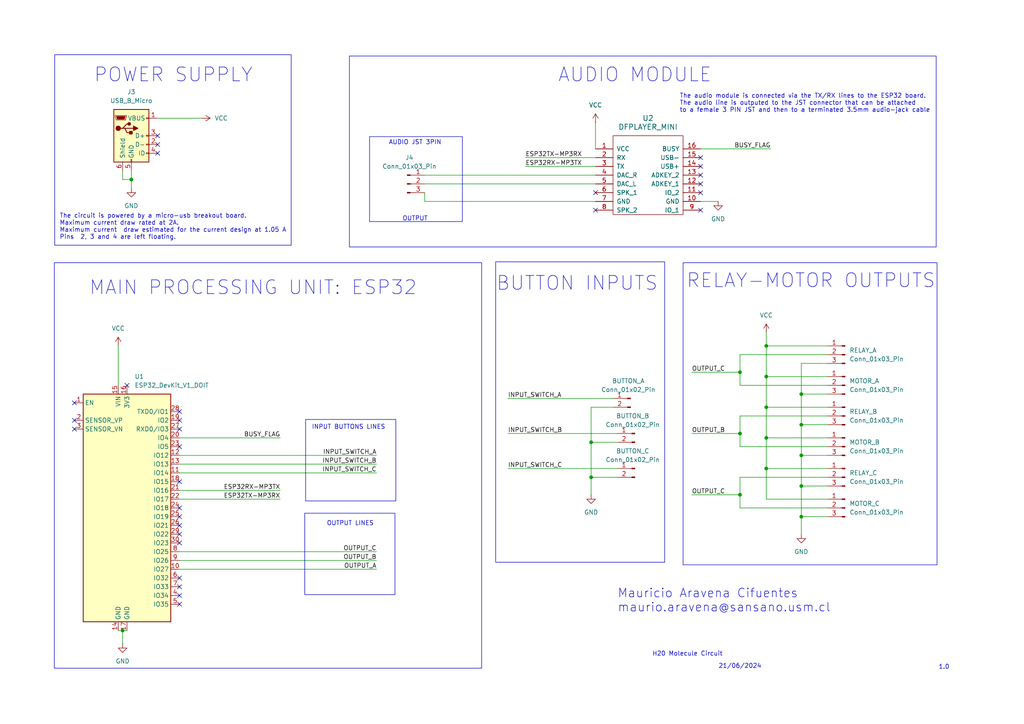
<source format=kicad_sch>
(kicad_sch (version 20231120) (generator "eeschema") (generator_version "8.0")
  (paper "A4")
  (lib_symbols
    (symbol "Arduino-Various:DFPLAYER_MINI" (pin_names (offset 1.016))
      (property "Reference" "U" (at 0 -6.35 0))
      (property "Value" "DFPLAYER_MINI" (at 0 11.43 0))
      (symbol "DFPLAYER_MINI_0_1"
        (rectangle (start -10.16 -10.16) (end 10.16 12.7))
      )
      (symbol "DFPLAYER_MINI_1_1"
        (pin input line (at -15.24 8.89 0) (length 5.08) (name "VCC") (number "1"))
        (pin input line (at 15.24 -6.35 180) (length 5.08) (name "GND") (number "10"))
        (pin input line (at 15.24 -3.81 180) (length 5.08) (name "IO_2") (number "11"))
        (pin input line (at 15.24 -1.27 180) (length 5.08) (name "ADKEY_1") (number "12"))
        (pin input line (at 15.24 1.27 180) (length 5.08) (name "ADKEY_2") (number "13"))
        (pin input line (at 15.24 3.81 180) (length 5.08) (name "USB+") (number "14"))
        (pin input line (at 15.24 6.35 180) (length 5.08) (name "USB-") (number "15"))
        (pin input line (at 15.24 8.89 180) (length 5.08) (name "BUSY") (number "16"))
        (pin input line (at -15.24 6.35 0) (length 5.08) (name "RX") (number "2"))
        (pin input line (at -15.24 3.81 0) (length 5.08) (name "TX") (number "3"))
        (pin input line (at -15.24 1.27 0) (length 5.08) (name "DAC_R") (number "4"))
        (pin input line (at -15.24 -1.27 0) (length 5.08) (name "DAC_L") (number "5"))
        (pin input line (at -15.24 -3.81 0) (length 5.08) (name "SPK_1") (number "6"))
        (pin input line (at -15.24 -6.35 0) (length 5.08) (name "GND") (number "7"))
        (pin input line (at -15.24 -8.89 0) (length 5.08) (name "SPK_2") (number "8"))
        (pin input line (at 15.24 -8.89 180) (length 5.08) (name "IO_1") (number "9"))
      )
    )
    (symbol "Connector:Conn_01x02_Pin" (pin_names (offset 1.016) hide)
      (property "Reference" "J" (at 0 2.54 0))
      (property "Value" "Conn_01x02_Pin" (at 0 -5.08 0))
      (symbol "Conn_01x02_Pin_1_1"
        (polyline (pts (xy 1.27 -2.54) (xy 0.8636 -2.54)) (stroke (width 0.1524)))
        (polyline (pts (xy 1.27 0) (xy 0.8636 0)) (stroke (width 0.1524)))
        (rectangle (start 0.8636 -2.413) (end 0 -2.667) (stroke (width 0.1524)) (fill (type outline)))
        (rectangle (start 0.8636 0.127) (end 0 -0.127) (stroke (width 0.1524)) (fill (type outline)))
        (pin passive line (at 5.08 0 180) (length 3.81) (name "Pin_1") (number "1"))
        (pin passive line (at 5.08 -2.54 180) (length 3.81) (name "Pin_2") (number "2"))
      )
    )
    (symbol "Connector:Conn_01x03_Pin" (pin_names (offset 1.016) hide)
      (property "Reference" "J" (at 0 5.08 0))
      (property "Value" "Conn_01x03_Pin" (at 0 -5.08 0))
      (symbol "Conn_01x03_Pin_1_1"
        (polyline (pts (xy 1.27 -2.54) (xy 0.8636 -2.54)) (stroke (width 0.1524)))
        (polyline (pts (xy 1.27 0) (xy 0.8636 0)) (stroke (width 0.1524)))
        (polyline (pts (xy 1.27 2.54) (xy 0.8636 2.54)) (stroke (width 0.1524)))
        (rectangle (start 0.8636 -2.413) (end 0 -2.667) (stroke (width 0.1524)) (fill (type outline)))
        (rectangle (start 0.8636 0.127) (end 0 -0.127) (stroke (width 0.1524)) (fill (type outline)))
        (rectangle (start 0.8636 2.667) (end 0 2.413) (stroke (width 0.1524)) (fill (type outline)))
        (pin passive line (at 5.08 2.54 180) (length 3.81) (name "Pin_1") (number "1"))
        (pin passive line (at 5.08 0 180) (length 3.81) (name "Pin_2") (number "2"))
        (pin passive line (at 5.08 -2.54 180) (length 3.81) (name "Pin_3") (number "3"))
      )
    )
    (symbol "Connector:USB_B_Micro" (pin_names (offset 1.016))
      (property "Reference" "J" (at -5.08 11.43 0))
      (property "Value" "USB_B_Micro" (at -5.08 8.89 0))
      (symbol "USB_B_Micro_0_1"
        (rectangle (start -5.08 -7.62) (end 5.08 7.62) (stroke (width 0.254)) (fill (type background)))
        (circle (center -3.81 2.159) (radius 0.635) (stroke (width 0.254)) (fill (type outline)))
        (circle (center -0.635 3.429) (radius 0.381) (stroke (width 0.254)) (fill (type outline)))
        (rectangle (start -0.127 -7.62) (end 0.127 -6.858))
        (polyline (pts (xy -1.905 2.159) (xy 0.635 2.159)) (stroke (width 0.254)))
        (polyline (pts (xy -3.175 2.159) (xy -2.54 2.159) (xy -1.27 3.429) (xy -0.635 3.429)) (stroke (width 0.254)))
        (polyline (pts (xy -2.54 2.159) (xy -1.905 2.159) (xy -1.27 0.889) (xy 0 0.889)) (stroke (width 0.254)))
        (polyline (pts (xy 0.635 2.794) (xy 0.635 1.524) (xy 1.905 2.159) (xy 0.635 2.794)) (stroke (width 0.254)) (fill (type outline)))
        (polyline (pts (xy -4.318 5.588) (xy -1.778 5.588) (xy -2.032 4.826) (xy -4.064 4.826) (xy -4.318 5.588)) (fill (type outline)))
        (polyline (pts (xy -4.699 5.842) (xy -4.699 5.588) (xy -4.445 4.826) (xy -4.445 4.572) (xy -1.651 4.572) (xy -1.651 4.826) (xy -1.397 5.588) (xy -1.397 5.842) (xy -4.699 5.842)))
        (rectangle (start 0.254 1.27) (end -0.508 0.508) (stroke (width 0.254)) (fill (type outline)))
        (rectangle (start 5.08 -5.207) (end 4.318 -4.953))
        (rectangle (start 5.08 -2.667) (end 4.318 -2.413))
        (rectangle (start 5.08 -0.127) (end 4.318 0.127))
        (rectangle (start 5.08 4.953) (end 4.318 5.207))
      )
      (symbol "USB_B_Micro_1_1"
        (pin power_out line (at 7.62 5.08 180) (length 2.54) (name "VBUS") (number "1"))
        (pin bidirectional line (at 7.62 -2.54 180) (length 2.54) (name "D-") (number "2"))
        (pin bidirectional line (at 7.62 0 180) (length 2.54) (name "D+") (number "3"))
        (pin passive line (at 7.62 -5.08 180) (length 2.54) (name "ID") (number "4"))
        (pin power_out line (at 0 -10.16 90) (length 2.54) (name "GND") (number "5"))
        (pin passive line (at -2.54 -10.16 90) (length 2.54) (name "Shield") (number "6"))
      )
    )
    (symbol "ESP32_DevKit_V1_DOIT:ESP32_DevKit_V1_DOIT"
      (property "Reference" "U" (at -11.43 34.29 0))
      (property "Value" "ESP32_DevKit_V1_DOIT" (at 11.43 34.29 0))
      (symbol "ESP32_DevKit_V1_DOIT_1_1"
        (rectangle (start -12.7 33.02) (end 12.7 -33.02) (stroke (width 0.254)) (fill (type background)))
        (pin input line (at -15.24 30.48 0) (length 2.54) (name "EN") (number "1"))
        (pin bidirectional line (at 15.24 -17.78 180) (length 2.54) (name "IO27") (number "10"))
        (pin bidirectional line (at 15.24 10.16 180) (length 2.54) (name "IO14") (number "11"))
        (pin bidirectional line (at 15.24 15.24 180) (length 2.54) (name "IO12") (number "12"))
        (pin bidirectional line (at 15.24 12.7 180) (length 2.54) (name "IO13") (number "13"))
        (pin power_in line (at -2.54 -35.56 90) (length 2.54) (name "GND") (number "14"))
        (pin power_in line (at -2.54 35.56 270) (length 2.54) (name "VIN") (number "15"))
        (pin power_in line (at 0 35.56 270) (length 2.54) (name "3V3") (number "16"))
        (pin power_in line (at 0 -35.56 90) (length 2.54) (name "GND") (number "17"))
        (pin bidirectional line (at 15.24 7.62 180) (length 2.54) (name "IO15") (number "18"))
        (pin bidirectional line (at 15.24 25.4 180) (length 2.54) (name "IO2") (number "19"))
        (pin input line (at -15.24 25.4 0) (length 2.54) (name "SENSOR_VP") (number "2"))
        (pin bidirectional line (at 15.24 20.32 180) (length 2.54) (name "IO4") (number "20"))
        (pin bidirectional line (at 15.24 5.08 180) (length 2.54) (name "IO16") (number "21"))
        (pin bidirectional line (at 15.24 2.54 180) (length 2.54) (name "IO17") (number "22"))
        (pin bidirectional line (at 15.24 17.78 180) (length 2.54) (name "IO5") (number "23"))
        (pin bidirectional line (at 15.24 0 180) (length 2.54) (name "IO18") (number "24"))
        (pin bidirectional line (at 15.24 -2.54 180) (length 2.54) (name "IO19") (number "25"))
        (pin bidirectional line (at 15.24 -5.08 180) (length 2.54) (name "IO21") (number "26"))
        (pin bidirectional line (at 15.24 22.86 180) (length 2.54) (name "RXD0/IO3") (number "27"))
        (pin bidirectional line (at 15.24 27.94 180) (length 2.54) (name "TXD0/IO1") (number "28"))
        (pin bidirectional line (at 15.24 -7.62 180) (length 2.54) (name "IO22") (number "29"))
        (pin input line (at -15.24 22.86 0) (length 2.54) (name "SENSOR_VN") (number "3"))
        (pin bidirectional line (at 15.24 -10.16 180) (length 2.54) (name "IO23") (number "30"))
        (pin input line (at 15.24 -25.4 180) (length 2.54) (name "IO34") (number "4"))
        (pin input line (at 15.24 -27.94 180) (length 2.54) (name "IO35") (number "5"))
        (pin bidirectional line (at 15.24 -20.32 180) (length 2.54) (name "IO32") (number "6"))
        (pin bidirectional line (at 15.24 -22.86 180) (length 2.54) (name "IO33") (number "7"))
        (pin bidirectional line (at 15.24 -12.7 180) (length 2.54) (name "IO25") (number "8"))
        (pin bidirectional line (at 15.24 -15.24 180) (length 2.54) (name "IO26") (number "9"))
      )
    )
    (symbol "power:GND" (power) (pin_numbers hide) (pin_names (offset 0) hide)
      (property "Value" "GND" (at 0 -3.81 0))
      (symbol "GND_0_1"
        (polyline (pts (xy 0 0) (xy 0 -1.27) (xy 1.27 -1.27) (xy 0 -2.54) (xy -1.27 -1.27) (xy 0 -1.27)))
      )
      (symbol "GND_1_1"
        (pin power_in line (at 0 0 270) (length 0) (name "~") (number "1"))
      )
    )
    (symbol "power:VCC" (power) (pin_numbers hide) (pin_names (offset 0) hide)
      (property "Value" "VCC" (at 0 3.556 0))
      (symbol "VCC_0_1"
        (polyline (pts (xy -0.762 1.27) (xy 0 2.54)))
        (polyline (pts (xy 0 0) (xy 0 2.54)))
        (polyline (pts (xy 0 2.54) (xy 0.762 1.27)))
      )
      (symbol "VCC_1_1"
        (pin power_in line (at 0 0 90) (length 0) (name "~") (number "1"))
      )
    )
  )
  (junction (at 232.41 123.19))
  (junction (at 214.63 143.51))
  (junction (at 222.25 109.22))
  (junction (at 214.63 125.73))
  (junction (at 232.41 132.08))
  (junction (at 38.1 52.07))
  (junction (at 232.41 140.97))
  (junction (at 222.25 100.33))
  (junction (at 232.41 149.86))
  (junction (at 222.25 118.11))
  (junction (at 214.63 107.95))
  (junction (at 232.41 114.3))
  (junction (at 171.45 128.27))
  (junction (at 35.56 182.88))
  (junction (at 222.25 135.89))
  (junction (at 171.45 138.43))
  (junction (at 222.25 127))
  (no_connect (at 52.07 157.48))
  (no_connect (at 21.59 116.84))
  (no_connect (at 203.2 45.72))
  (no_connect (at 45.72 41.91))
  (no_connect (at 203.2 60.96))
  (no_connect (at 52.07 149.86))
  (no_connect (at 203.2 50.8))
  (no_connect (at 21.59 121.92))
  (no_connect (at 21.59 124.46))
  (no_connect (at 45.72 39.37))
  (no_connect (at 203.2 53.34))
  (no_connect (at 52.07 172.72))
  (no_connect (at 52.07 154.94))
  (no_connect (at 52.07 147.32))
  (no_connect (at 52.07 170.18))
  (no_connect (at 52.07 124.46))
  (no_connect (at 52.07 152.4))
  (no_connect (at 172.72 55.88))
  (no_connect (at 45.72 44.45))
  (no_connect (at 52.07 119.38))
  (no_connect (at 52.07 121.92))
  (no_connect (at 203.2 55.88))
  (no_connect (at 52.07 139.7))
  (no_connect (at 52.07 167.64))
  (no_connect (at 36.83 111.76))
  (no_connect (at 172.72 60.96))
  (no_connect (at 203.2 48.26))
  (no_connect (at 52.07 175.26))
  (no_connect (at 52.07 129.54))
  (wire (pts (xy 52.07 137.16) (xy 109.22 137.16)))
  (wire (pts (xy 214.63 125.73) (xy 214.63 129.54)))
  (wire (pts (xy 172.72 35.56) (xy 172.72 43.18)))
  (wire (pts (xy 123.19 58.42) (xy 123.19 55.88)))
  (wire (pts (xy 35.56 49.53) (xy 35.56 52.07)))
  (wire (pts (xy 35.56 182.88) (xy 35.56 186.69)))
  (wire (pts (xy 34.29 182.88) (xy 35.56 182.88)))
  (wire (pts (xy 222.25 127) (xy 240.03 127)))
  (wire (pts (xy 240.03 102.87) (xy 214.63 102.87)))
  (wire (pts (xy 222.25 144.78) (xy 222.25 135.89)))
  (wire (pts (xy 214.63 111.76) (xy 240.03 111.76)))
  (wire (pts (xy 232.41 149.86) (xy 232.41 154.94)))
  (wire (pts (xy 52.07 144.78) (xy 81.28 144.78)))
  (wire (pts (xy 232.41 114.3) (xy 232.41 123.19)))
  (wire (pts (xy 222.25 100.33) (xy 222.25 109.22)))
  (wire (pts (xy 45.72 34.29) (xy 58.42 34.29)))
  (wire (pts (xy 147.32 115.57) (xy 177.8 115.57)))
  (wire (pts (xy 232.41 132.08) (xy 240.03 132.08)))
  (wire (pts (xy 36.83 182.88) (xy 35.56 182.88)))
  (wire (pts (xy 203.2 58.42) (xy 208.28 58.42)))
  (wire (pts (xy 232.41 132.08) (xy 232.41 140.97)))
  (wire (pts (xy 177.8 118.11) (xy 171.45 118.11)))
  (wire (pts (xy 203.2 43.18) (xy 223.52 43.18)))
  (wire (pts (xy 123.19 58.42) (xy 172.72 58.42)))
  (wire (pts (xy 214.63 138.43) (xy 214.63 143.51)))
  (wire (pts (xy 152.4 48.26) (xy 172.72 48.26)))
  (wire (pts (xy 222.25 127) (xy 222.25 135.89)))
  (wire (pts (xy 52.07 165.1) (xy 109.22 165.1)))
  (wire (pts (xy 232.41 140.97) (xy 240.03 140.97)))
  (wire (pts (xy 52.07 142.24) (xy 81.28 142.24)))
  (wire (pts (xy 214.63 147.32) (xy 240.03 147.32)))
  (wire (pts (xy 222.25 109.22) (xy 222.25 118.11)))
  (wire (pts (xy 35.56 52.07) (xy 38.1 52.07)))
  (wire (pts (xy 240.03 105.41) (xy 232.41 105.41)))
  (wire (pts (xy 214.63 102.87) (xy 214.63 107.95)))
  (wire (pts (xy 232.41 140.97) (xy 232.41 149.86)))
  (wire (pts (xy 52.07 127) (xy 81.28 127)))
  (wire (pts (xy 214.63 120.65) (xy 214.63 125.73)))
  (wire (pts (xy 52.07 160.02) (xy 109.22 160.02)))
  (wire (pts (xy 200.66 107.95) (xy 214.63 107.95)))
  (wire (pts (xy 232.41 123.19) (xy 240.03 123.19)))
  (wire (pts (xy 171.45 138.43) (xy 179.07 138.43)))
  (wire (pts (xy 200.66 143.51) (xy 214.63 143.51)))
  (wire (pts (xy 232.41 149.86) (xy 240.03 149.86)))
  (wire (pts (xy 152.4 45.72) (xy 172.72 45.72)))
  (wire (pts (xy 38.1 52.07) (xy 38.1 54.61)))
  (wire (pts (xy 38.1 49.53) (xy 38.1 52.07)))
  (wire (pts (xy 200.66 125.73) (xy 214.63 125.73)))
  (wire (pts (xy 52.07 132.08) (xy 109.22 132.08)))
  (wire (pts (xy 34.29 100.33) (xy 34.29 111.76)))
  (wire (pts (xy 123.19 53.34) (xy 172.72 53.34)))
  (wire (pts (xy 222.25 135.89) (xy 240.03 135.89)))
  (wire (pts (xy 240.03 144.78) (xy 222.25 144.78)))
  (wire (pts (xy 123.19 50.8) (xy 172.72 50.8)))
  (wire (pts (xy 232.41 114.3) (xy 240.03 114.3)))
  (wire (pts (xy 232.41 123.19) (xy 232.41 132.08)))
  (wire (pts (xy 232.41 105.41) (xy 232.41 114.3)))
  (wire (pts (xy 214.63 107.95) (xy 214.63 111.76)))
  (wire (pts (xy 240.03 120.65) (xy 214.63 120.65)))
  (wire (pts (xy 171.45 128.27) (xy 171.45 138.43)))
  (wire (pts (xy 240.03 100.33) (xy 222.25 100.33)))
  (wire (pts (xy 171.45 128.27) (xy 179.07 128.27)))
  (wire (pts (xy 240.03 138.43) (xy 214.63 138.43)))
  (wire (pts (xy 52.07 162.56) (xy 109.22 162.56)))
  (wire (pts (xy 147.32 125.73) (xy 179.07 125.73)))
  (wire (pts (xy 171.45 118.11) (xy 171.45 128.27)))
  (wire (pts (xy 147.32 135.89) (xy 179.07 135.89)))
  (wire (pts (xy 222.25 96.52) (xy 222.25 100.33)))
  (wire (pts (xy 222.25 118.11) (xy 240.03 118.11)))
  (wire (pts (xy 214.63 129.54) (xy 240.03 129.54)))
  (wire (pts (xy 222.25 118.11) (xy 222.25 127)))
  (wire (pts (xy 52.07 134.62) (xy 109.22 134.62)))
  (wire (pts (xy 214.63 143.51) (xy 214.63 147.32)))
  (wire (pts (xy 171.45 138.43) (xy 171.45 143.51)))
  (wire (pts (xy 222.25 109.22) (xy 240.03 109.22)))
  (rectangle (start 15.748 76.2) (end 139.7 193.802))
  (rectangle (start 88.646 121.666) (end 114.808 145.288))
  (rectangle (start 88.392 148.844) (end 114.554 172.466))
  (rectangle (start 143.764 75.946) (end 192.786 163.068))
  (rectangle (start 107.188 39.624) (end 134.112 64.262))
  (rectangle (start 15.875 15.875) (end 84.455 71.12))
  (rectangle (start 101.346 16.256) (end 271.526 71.628))
  (rectangle (start 198.12 76.2) (end 271.78 163.83))
  (text "1.0\n" (at 273.812 193.548 0) (effects (font (size 1.27 1.27))))
  (text "AUDIO MODULE\n" (at 184.15 21.844 0) (effects (font (size 4 4))))
  (text "POWER SUPPLY" (at 50.292 21.844 0) (effects (font (size 4 4))))
  (text "MAIN PROCESSING UNIT: ESP32" (at 73.406 83.566 0) (effects (font (size 4 4))))
  (text "OUTPUT LINES" (at 101.6 151.892 0) (effects (font (size 1.27 1.27))))
  (text "BUTTON INPUTS" (at 167.386 82.296 0) (effects (font (size 4 4))))
  (text "INPUT BUTTONS LINES" (at 101.092 123.952 0) (effects (font (size 1.27 1.27))))
  (text "Mauricio Aravena Cifuentes\nmaurio.aravena@sansano.usm.cl\n" (at 179.07 174.244 0) (effects (font (size 2.54 2.54)) (justify left)))
  (text "RELAY-MOTOR OUTPUTS" (at 235.204 81.534 0) (effects (font (size 4 4))))
  (text "The circuit is powered by a micro-usb breakout board.\nMaximum current draw rated at 2A.\nMaximum current  draw estimated for the current design at 1.05 A\nPins  2, 3 and 4 are left floating." (at 17.272 65.786 0) (effects (font (size 1.27 1.27)) (justify left)))
  (text "H20 Molecule Circuit" (at 199.39 189.738 0) (effects (font (size 1.27 1.27))))
  (text "21/06/2024\n" (at 214.63 193.294 0) (effects (font (size 1.27 1.27))))
  (text "The audio module is connected via the TX/RX lines to the ESP32 board.\nThe audio line is outputed to the JST connector that can be attached\nto a female 3 PIN JST and then to a terminated 3.5mm audio-jack cable" (at 197.104 29.972 0) (effects (font (size 1.27 1.27)) (justify left)))
  (text "OUTPUT" (at 120.396 63.5 0) (effects (font (size 1.27 1.27))))
  (text "AUDIO JST 3PIN\n" (at 120.396 41.402 0) (effects (font (size 1.27 1.27))))
  (label "INPUT_SWITCH_C" (at 109.22 137.16 180))
  (label "BUSY_FLAG" (at 81.28 127 180))
  (label "INPUT_SWITCH_B" (at 109.22 134.62 180))
  (label "OUTPUT_C" (at 200.66 143.51 0))
  (label "OUTPUT_C" (at 200.66 107.95 0))
  (label "INPUT_SWITCH_A" (at 147.32 115.57 0))
  (label "INPUT_SWITCH_C" (at 147.32 135.89 0))
  (label "OUTPUT_B" (at 200.66 125.73 0))
  (label "OUTPUT_C" (at 109.22 160.02 180))
  (label "INPUT_SWITCH_B" (at 147.32 125.73 0))
  (label "OUTPUT_A" (at 109.22 165.1 180))
  (label "ESP32RX-MP3TX" (at 81.28 142.24 180))
  (label "INPUT_SWITCH_A" (at 109.22 132.08 180))
  (label "ESP32RX-MP3TX" (at 152.4 48.26 0))
  (label "ESP32TX-MP3RX" (at 152.4 45.72 0))
  (label "OUTPUT_B" (at 109.22 162.56 180))
  (label "BUSY_FLAG" (at 223.52 43.18 180))
  (label "ESP32TX-MP3RX" (at 81.28 144.78 180))
  (symbol (lib_id "Connector:Conn_01x03_Pin") (at 245.11 120.65 0) (mirror y) (unit 1)
    (property "Reference" "RELAY_B" (at 246.38 119.3799 0) (effects (justify right)))
    (property "Value" "Conn_01x03_Pin" (at 246.38 121.9199 0) (effects (justify right)))
    (property "Description" "Generic connector, single row, 01x03, script generated" (effects (hide yes)))
  )
  (symbol (lib_id "Connector:Conn_01x02_Pin") (at 184.15 135.89 0) (mirror y) (unit 1)
    (property "Reference" "BUTTON_C" (at 183.515 130.81 0))
    (property "Value" "Conn_01x02_Pin" (at 183.515 133.35 0))
    (property "Description" "Generic connector, single row, 01x02, script generated" (effects (hide yes)))
  )
  (symbol (lib_id "power:GND") (at 35.56 186.69 0) (unit 1)
    (property "Reference" "#PWR07" (effects (hide yes)))
    (property "Value" "GND" (at 35.56 191.77 0))
    (property "Description" "Power symbol creates a global label with name \"GND\" , ground" (effects (hide yes)))
  )
  (symbol (lib_id "Connector:Conn_01x03_Pin") (at 245.11 147.32 0) (mirror y) (unit 1)
    (property "Reference" "MOTOR_C" (at 246.38 146.0499 0) (effects (justify right)))
    (property "Value" "Conn_01x03_Pin" (at 246.38 148.5899 0) (effects (justify right)))
    (property "Description" "Generic connector, single row, 01x03, script generated" (effects (hide yes)))
  )
  (symbol (lib_id "Connector:Conn_01x03_Pin") (at 245.11 102.87 0) (mirror y) (unit 1)
    (property "Reference" "RELAY_A" (at 246.38 101.5999 0) (effects (justify right)))
    (property "Value" "Conn_01x03_Pin" (at 246.38 104.1399 0) (effects (justify right)))
    (property "Description" "Generic connector, single row, 01x03, script generated" (effects (hide yes)))
  )
  (symbol (lib_id "power:GND") (at 38.1 54.61 0) (unit 1)
    (property "Reference" "#PWR01" (effects (hide yes)))
    (property "Value" "GND" (at 38.1 59.69 0))
    (property "Description" "Power symbol creates a global label with name \"GND\" , ground" (effects (hide yes)))
  )
  (symbol (lib_id "power:GND") (at 208.28 58.42 0) (unit 1)
    (property "Reference" "#PWR03" (effects (hide yes)))
    (property "Value" "GND" (at 208.28 63.5 0))
    (property "Description" "Power symbol creates a global label with name \"GND\" , ground" (effects (hide yes)))
  )
  (symbol (lib_id "power:VCC") (at 34.29 100.33 0) (unit 1)
    (property "Reference" "#PWR05" (effects (hide yes)))
    (property "Value" "VCC" (at 34.29 95.25 0))
    (property "Description" "Power symbol creates a global label with name \"VCC\"" (effects (hide yes)))
  )
  (symbol (lib_id "power:VCC") (at 58.42 34.29 270) (unit 1)
    (property "Reference" "#PWR02" (effects (hide yes)))
    (property "Value" "VCC" (at 62.23 34.2899 90) (effects (justify left)))
    (property "Description" "Power symbol creates a global label with name \"VCC\"" (effects (hide yes)))
  )
  (symbol (lib_id "power:VCC") (at 222.25 96.52 0) (unit 1)
    (property "Reference" "#PWR09" (effects (hide yes)))
    (property "Value" "VCC" (at 222.25 91.44 0))
    (property "Description" "Power symbol creates a global label with name \"VCC\"" (effects (hide yes)))
  )
  (symbol (lib_id "Connector:Conn_01x02_Pin") (at 184.15 125.73 0) (mirror y) (unit 1)
    (property "Reference" "BUTTON_B" (at 183.515 120.65 0))
    (property "Value" "Conn_01x02_Pin" (at 183.515 123.19 0))
    (property "Description" "Generic connector, single row, 01x02, script generated" (effects (hide yes)))
  )
  (symbol (lib_id "Connector:USB_B_Micro") (at 38.1 39.37 0) (unit 1)
    (property "Reference" "J3" (at 38.1 26.67 0))
    (property "Value" "USB_B_Micro" (at 38.1 29.21 0))
    (property "Description" "USB Micro Type B connector" (effects (hide yes)))
  )
  (symbol (lib_id "power:VCC") (at 172.72 35.56 0) (unit 1)
    (property "Reference" "#PWR04" (effects (hide yes)))
    (property "Value" "VCC" (at 172.72 30.48 0))
    (property "Description" "Power symbol creates a global label with name \"VCC\"" (effects (hide yes)))
  )
  (symbol (lib_id "power:GND") (at 232.41 154.94 0) (unit 1)
    (property "Reference" "#PWR08" (effects (hide yes)))
    (property "Value" "GND" (at 232.41 160.02 0))
    (property "Description" "Power symbol creates a global label with name \"GND\" , ground" (effects (hide yes)))
  )
  (symbol (lib_id "Connector:Conn_01x03_Pin") (at 245.11 138.43 0) (mirror y) (unit 1)
    (property "Reference" "RELAY_C" (at 246.38 137.1599 0) (effects (justify right)))
    (property "Value" "Conn_01x03_Pin" (at 246.38 139.6999 0) (effects (justify right)))
    (property "Description" "Generic connector, single row, 01x03, script generated" (effects (hide yes)))
  )
  (symbol (lib_id "power:GND") (at 171.45 143.51 0) (unit 1)
    (property "Reference" "#PWR06" (effects (hide yes)))
    (property "Value" "GND" (at 171.45 148.59 0))
    (property "Description" "Power symbol creates a global label with name \"GND\" , ground" (effects (hide yes)))
  )
  (symbol (lib_id "Connector:Conn_01x03_Pin") (at 118.11 53.34 0) (unit 1)
    (property "Reference" "J4" (at 118.745 45.72 0))
    (property "Value" "Conn_01x03_Pin" (at 118.745 48.26 0))
    (property "Description" "Generic connector, single row, 01x03, script generated" (effects (hide yes)))
  )
  (symbol (lib_id "Connector:Conn_01x03_Pin") (at 245.11 129.54 0) (mirror y) (unit 1)
    (property "Reference" "MOTOR_B" (at 246.38 128.2699 0) (effects (justify right)))
    (property "Value" "Conn_01x03_Pin" (at 246.38 130.8099 0) (effects (justify right)))
    (property "Description" "Generic connector, single row, 01x03, script generated" (effects (hide yes)))
  )
  (symbol (lib_id "ESP32_DevKit_V1_DOIT:ESP32_DevKit_V1_DOIT") (at 36.83 147.32 0) (unit 1)
    (property "Reference" "U1" (at 39.0241 109.22 0) (effects (justify left)))
    (property "Value" "ESP32_DevKit_V1_DOIT" (at 39.0241 111.76 0) (effects (justify left)))
    (property "Footprint" "ESP32_DevKit_V1_DOIT:esp32_devkit_v1_doit" (effects (hide yes)))
    (property "Datasheet" "https://aliexpress.com/item/32864722159.html" (effects (hide yes)))
    (property "Description" "32-bit microcontroller module with WiFi and Bluetooth" (effects (hide yes)))
  )
  (symbol (lib_id "Arduino-Various:DFPLAYER_MINI") (at 187.96 52.07 0) (unit 1)
    (property "Reference" "U2" (at 187.96 34.29 0) (effects (font (size 1.524 1.524))))
    (property "Value" "DFPLAYER_MINI" (at 187.96 36.83 0) (effects (font (size 1.524 1.524))))
  )
  (symbol (lib_id "Connector:Conn_01x02_Pin") (at 182.88 115.57 0) (mirror y) (unit 1)
    (property "Reference" "BUTTON_A" (at 182.245 110.49 0))
    (property "Value" "Conn_01x02_Pin" (at 182.245 113.03 0))
    (property "Description" "Generic connector, single row, 01x02, script generated" (effects (hide yes)))
  )
  (symbol (lib_id "Connector:Conn_01x03_Pin") (at 245.11 111.76 0) (mirror y) (unit 1)
    (property "Reference" "MOTOR_A" (at 246.38 110.4899 0) (effects (justify right)))
    (property "Value" "Conn_01x03_Pin" (at 246.38 113.0299 0) (effects (justify right)))
    (property "Description" "Generic connector, single row, 01x03, script generated" (effects (hide yes)))
  )
)
</source>
